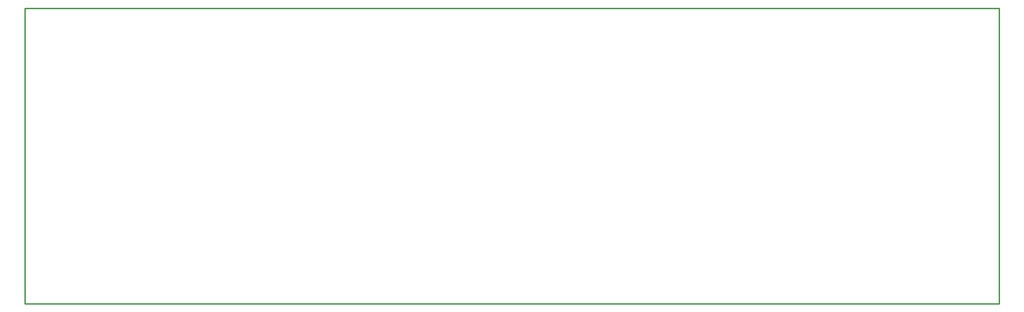
<source format=gko>
G04*
G04 #@! TF.GenerationSoftware,Altium Limited,Altium Designer,22.9.1 (49)*
G04*
G04 Layer_Color=16711935*
%FSLAX24Y24*%
%MOIN*%
G70*
G04*
G04 #@! TF.SameCoordinates,BC7F86F0-2A0E-43FE-BC97-1A6F13FA9336*
G04*
G04*
G04 #@! TF.FilePolarity,Positive*
G04*
G01*
G75*
%ADD10C,0.0100*%
D10*
X3862Y25598D02*
X74335D01*
Y47055D01*
X3862D02*
X74335D01*
X3862Y25598D02*
Y47055D01*
M02*

</source>
